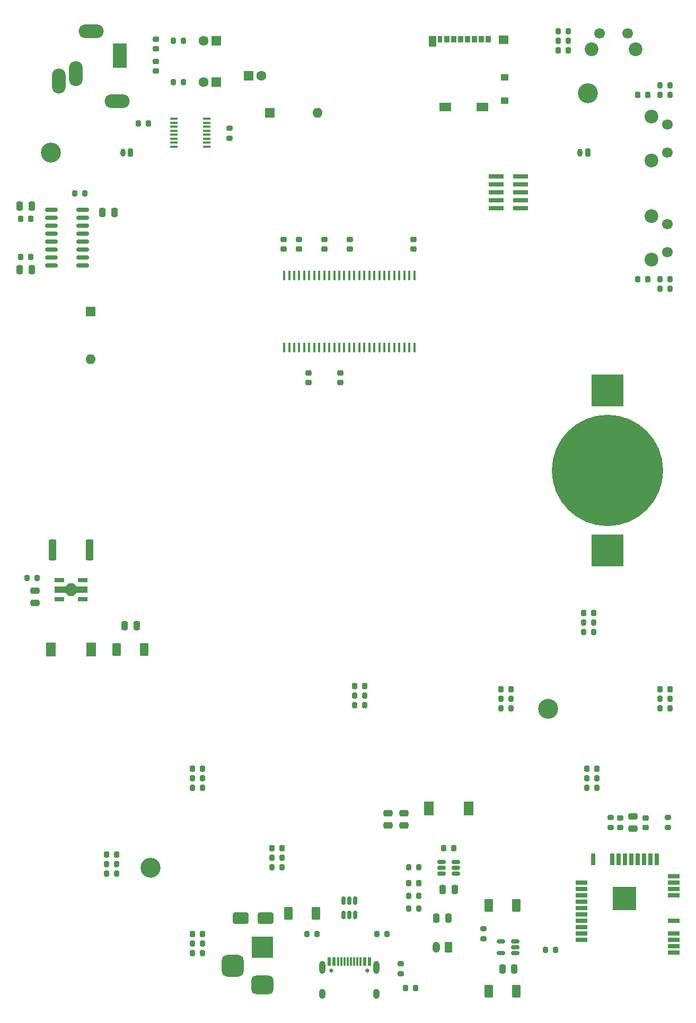
<source format=gbs>
G04 #@! TF.GenerationSoftware,KiCad,Pcbnew,7.0.1*
G04 #@! TF.CreationDate,2024-01-01T11:46:02+00:00*
G04 #@! TF.ProjectId,gk,676b2e6b-6963-4616-945f-706362585858,rev?*
G04 #@! TF.SameCoordinates,Original*
G04 #@! TF.FileFunction,Soldermask,Bot*
G04 #@! TF.FilePolarity,Negative*
%FSLAX46Y46*%
G04 Gerber Fmt 4.6, Leading zero omitted, Abs format (unit mm)*
G04 Created by KiCad (PCBNEW 7.0.1) date 2024-01-01 11:46:02*
%MOMM*%
%LPD*%
G01*
G04 APERTURE LIST*
G04 Aperture macros list*
%AMRoundRect*
0 Rectangle with rounded corners*
0 $1 Rounding radius*
0 $2 $3 $4 $5 $6 $7 $8 $9 X,Y pos of 4 corners*
0 Add a 4 corners polygon primitive as box body*
4,1,4,$2,$3,$4,$5,$6,$7,$8,$9,$2,$3,0*
0 Add four circle primitives for the rounded corners*
1,1,$1+$1,$2,$3*
1,1,$1+$1,$4,$5*
1,1,$1+$1,$6,$7*
1,1,$1+$1,$8,$9*
0 Add four rect primitives between the rounded corners*
20,1,$1+$1,$2,$3,$4,$5,0*
20,1,$1+$1,$4,$5,$6,$7,0*
20,1,$1+$1,$6,$7,$8,$9,0*
20,1,$1+$1,$8,$9,$2,$3,0*%
%AMFreePoly0*
4,1,13,0.900000,0.500000,2.600000,0.500000,2.600000,-0.500000,0.900000,-0.500000,0.400000,-1.000000,-0.400000,-1.000000,-0.900000,-0.500000,-2.600000,-0.500000,-2.600000,0.500000,-0.900000,0.500000,-0.400000,1.000000,0.400000,1.000000,0.900000,0.500000,0.900000,0.500000,$1*%
G04 Aperture macros list end*
%ADD10C,3.200000*%
%ADD11RoundRect,0.200000X0.200000X0.275000X-0.200000X0.275000X-0.200000X-0.275000X0.200000X-0.275000X0*%
%ADD12C,2.200000*%
%ADD13C,1.700000*%
%ADD14R,1.600000X1.600000*%
%ADD15O,1.600000X1.600000*%
%ADD16C,0.650000*%
%ADD17R,0.600000X1.450000*%
%ADD18R,0.300000X1.450000*%
%ADD19O,1.000000X1.600000*%
%ADD20O,1.000000X2.100000*%
%ADD21RoundRect,0.225000X0.225000X0.250000X-0.225000X0.250000X-0.225000X-0.250000X0.225000X-0.250000X0*%
%ADD22RoundRect,0.200000X0.275000X-0.200000X0.275000X0.200000X-0.275000X0.200000X-0.275000X-0.200000X0*%
%ADD23RoundRect,0.225000X-0.225000X-0.250000X0.225000X-0.250000X0.225000X0.250000X-0.225000X0.250000X0*%
%ADD24RoundRect,0.200000X-0.275000X0.200000X-0.275000X-0.200000X0.275000X-0.200000X0.275000X0.200000X0*%
%ADD25RoundRect,0.250000X-0.250000X-0.475000X0.250000X-0.475000X0.250000X0.475000X-0.250000X0.475000X0*%
%ADD26RoundRect,0.250000X0.450000X0.800000X-0.450000X0.800000X-0.450000X-0.800000X0.450000X-0.800000X0*%
%ADD27R,1.500000X2.200000*%
%ADD28RoundRect,0.150000X0.512500X0.150000X-0.512500X0.150000X-0.512500X-0.150000X0.512500X-0.150000X0*%
%ADD29RoundRect,0.200000X-0.200000X-0.275000X0.200000X-0.275000X0.200000X0.275000X-0.200000X0.275000X0*%
%ADD30RoundRect,0.225000X-0.250000X0.225000X-0.250000X-0.225000X0.250000X-0.225000X0.250000X0.225000X0*%
%ADD31C,1.600000*%
%ADD32RoundRect,0.250000X0.250000X0.475000X-0.250000X0.475000X-0.250000X-0.475000X0.250000X-0.475000X0*%
%ADD33RoundRect,0.250000X0.475000X-0.250000X0.475000X0.250000X-0.475000X0.250000X-0.475000X-0.250000X0*%
%ADD34RoundRect,0.225000X0.250000X-0.225000X0.250000X0.225000X-0.250000X0.225000X-0.250000X-0.225000X0*%
%ADD35R,5.100000X5.100000*%
%ADD36C,17.800000*%
%ADD37RoundRect,0.150000X0.850000X0.150000X-0.850000X0.150000X-0.850000X-0.150000X0.850000X-0.150000X0*%
%ADD38R,2.400000X0.740000*%
%ADD39R,3.500000X3.500000*%
%ADD40RoundRect,0.750000X1.000000X-0.750000X1.000000X0.750000X-1.000000X0.750000X-1.000000X-0.750000X0*%
%ADD41RoundRect,0.875000X0.875000X-0.875000X0.875000X0.875000X-0.875000X0.875000X-0.875000X-0.875000X0*%
%ADD42R,0.458000X1.510000*%
%ADD43R,1.500000X0.700000*%
%ADD44FreePoly0,0.000000*%
%ADD45R,1.200000X0.400000*%
%ADD46RoundRect,0.250000X0.362500X1.425000X-0.362500X1.425000X-0.362500X-1.425000X0.362500X-1.425000X0*%
%ADD47RoundRect,0.250000X-1.000000X-0.650000X1.000000X-0.650000X1.000000X0.650000X-1.000000X0.650000X0*%
%ADD48RoundRect,0.250000X-0.475000X0.250000X-0.475000X-0.250000X0.475000X-0.250000X0.475000X0.250000X0*%
%ADD49RoundRect,0.200000X0.200000X0.450000X-0.200000X0.450000X-0.200000X-0.450000X0.200000X-0.450000X0*%
%ADD50O,0.800000X1.300000*%
%ADD51R,0.850000X1.100000*%
%ADD52R,0.750000X1.100000*%
%ADD53R,1.200000X1.000000*%
%ADD54R,1.550000X1.350000*%
%ADD55R,1.900000X1.350000*%
%ADD56R,1.170000X1.800000*%
%ADD57RoundRect,0.250000X-0.450000X-0.800000X0.450000X-0.800000X0.450000X0.800000X-0.450000X0.800000X0*%
%ADD58RoundRect,0.150000X0.150000X-0.512500X0.150000X0.512500X-0.150000X0.512500X-0.150000X-0.512500X0*%
%ADD59R,1.900000X0.800000*%
%ADD60R,0.800000X1.900000*%
%ADD61R,3.700000X3.700000*%
%ADD62O,2.200000X4.000000*%
%ADD63O,4.000000X2.200000*%
%ADD64R,2.200000X4.000000*%
%ADD65RoundRect,0.250000X0.350000X0.625000X-0.350000X0.625000X-0.350000X-0.625000X0.350000X-0.625000X0*%
%ADD66O,1.200000X1.750000*%
%ADD67RoundRect,0.218750X0.218750X0.256250X-0.218750X0.256250X-0.218750X-0.256250X0.218750X-0.256250X0*%
G04 APERTURE END LIST*
D10*
X66675000Y-155575000D03*
X136525000Y-31750000D03*
X130175000Y-130175000D03*
X50800000Y-41275000D03*
D11*
X74993000Y-142748000D03*
X73343000Y-142748000D03*
X100901000Y-129540000D03*
X99251000Y-129540000D03*
D12*
X146725000Y-58400000D03*
X146725000Y-51400000D03*
D13*
X149225000Y-57150000D03*
X149225000Y-52650000D03*
D11*
X149669000Y-32004000D03*
X148019000Y-32004000D03*
D14*
X85725000Y-34925000D03*
D15*
X93345000Y-34925000D03*
D11*
X71945000Y-29972000D03*
X70295000Y-29972000D03*
D16*
X101315000Y-172025000D03*
X95535000Y-172025000D03*
D17*
X101675000Y-170580000D03*
X100875000Y-170580000D03*
D18*
X99675000Y-170580000D03*
X98675000Y-170580000D03*
X98175000Y-170580000D03*
X97175000Y-170580000D03*
D17*
X95975000Y-170580000D03*
X95175000Y-170580000D03*
X95175000Y-170580000D03*
X95975000Y-170580000D03*
D18*
X96675000Y-170580000D03*
X97675000Y-170580000D03*
X99175000Y-170580000D03*
X100175000Y-170580000D03*
D17*
X100875000Y-170580000D03*
X101675000Y-170580000D03*
D19*
X102745000Y-175675000D03*
D20*
X102745000Y-171495000D03*
D19*
X94105000Y-175675000D03*
D20*
X94105000Y-171495000D03*
D21*
X74943000Y-166116000D03*
X73393000Y-166116000D03*
D11*
X149669000Y-130048000D03*
X148019000Y-130048000D03*
D22*
X119888000Y-166941000D03*
X119888000Y-165291000D03*
D11*
X137477000Y-117856000D03*
X135827000Y-117856000D03*
D23*
X131813000Y-24892000D03*
X133363000Y-24892000D03*
D24*
X79298800Y-37325800D03*
X79298800Y-38975800D03*
D21*
X87643000Y-152400000D03*
X86093000Y-152400000D03*
D12*
X146725000Y-42525000D03*
X146725000Y-35525000D03*
D13*
X149225000Y-41275000D03*
X149225000Y-36775000D03*
D25*
X58994000Y-50800000D03*
X60894000Y-50800000D03*
D26*
X65700000Y-120650000D03*
X61300000Y-120650000D03*
D11*
X74993000Y-169164000D03*
X73343000Y-169164000D03*
D21*
X66307000Y-36576000D03*
X64757000Y-36576000D03*
D11*
X124269000Y-130048000D03*
X122619000Y-130048000D03*
X133413000Y-23368000D03*
X131763000Y-23368000D03*
D27*
X117500000Y-146050000D03*
X111100000Y-146050000D03*
D28*
X115437500Y-154625000D03*
X115437500Y-155575000D03*
X115437500Y-156525000D03*
X113162500Y-156525000D03*
X113162500Y-155575000D03*
X113162500Y-154625000D03*
D26*
X93132000Y-162814000D03*
X88732000Y-162814000D03*
D29*
X107887000Y-155448000D03*
X109537000Y-155448000D03*
D22*
X106680000Y-172529000D03*
X106680000Y-170879000D03*
X149352000Y-149161000D03*
X149352000Y-147511000D03*
D29*
X148019000Y-62992000D03*
X149669000Y-62992000D03*
X148019000Y-30480000D03*
X149669000Y-30480000D03*
D30*
X97028000Y-76441000D03*
X97028000Y-77991000D03*
D29*
X107887000Y-160020000D03*
X109537000Y-160020000D03*
X99251000Y-128016000D03*
X100901000Y-128016000D03*
D11*
X93281000Y-166116000D03*
X91631000Y-166116000D03*
D14*
X82356887Y-28956000D03*
D31*
X84356887Y-28956000D03*
D29*
X102807000Y-166116000D03*
X104457000Y-166116000D03*
D32*
X114234000Y-163576000D03*
X112334000Y-163576000D03*
D11*
X71945000Y-23368000D03*
X70295000Y-23368000D03*
D29*
X131763000Y-21844000D03*
X133413000Y-21844000D03*
D33*
X48260000Y-113218000D03*
X48260000Y-111318000D03*
D11*
X87693000Y-155448000D03*
X86043000Y-155448000D03*
D34*
X145796000Y-149111000D03*
X145796000Y-147561000D03*
D35*
X139700000Y-104875000D03*
X139700000Y-79275000D03*
D36*
X139700000Y-92075000D03*
D11*
X137985000Y-142748000D03*
X136335000Y-142748000D03*
D21*
X61227000Y-153416000D03*
X59677000Y-153416000D03*
D14*
X77155113Y-29972000D03*
D31*
X75155113Y-29972000D03*
D29*
X129731000Y-168656000D03*
X131381000Y-168656000D03*
D34*
X67564000Y-28207000D03*
X67564000Y-26657000D03*
D37*
X55840000Y-50419000D03*
X55840000Y-51689000D03*
X55840000Y-52959000D03*
X55840000Y-54229000D03*
X55840000Y-55499000D03*
X55840000Y-56769000D03*
X55840000Y-58039000D03*
X55840000Y-59309000D03*
X50840000Y-59309000D03*
X50840000Y-58039000D03*
X50840000Y-56769000D03*
X50840000Y-55499000D03*
X50840000Y-54229000D03*
X50840000Y-52959000D03*
X50840000Y-51689000D03*
X50840000Y-50419000D03*
D29*
X59627000Y-154940000D03*
X61277000Y-154940000D03*
D38*
X125775000Y-45085000D03*
X121875000Y-45085000D03*
X125775000Y-46355000D03*
X121875000Y-46355000D03*
X125775000Y-47625000D03*
X121875000Y-47625000D03*
X125775000Y-48895000D03*
X121875000Y-48895000D03*
X125775000Y-50165000D03*
X121875000Y-50165000D03*
D28*
X124962500Y-167325000D03*
X124962500Y-168275000D03*
X124962500Y-169225000D03*
X122687500Y-169225000D03*
X122687500Y-167325000D03*
D21*
X146063000Y-61468000D03*
X144513000Y-61468000D03*
D11*
X149669000Y-61468000D03*
X148019000Y-61468000D03*
D14*
X57150000Y-66675000D03*
D15*
X57150000Y-74295000D03*
D39*
X84523500Y-168244000D03*
D40*
X84523500Y-174244000D03*
D41*
X79823500Y-171244000D03*
D21*
X137427000Y-114838000D03*
X135877000Y-114838000D03*
D42*
X88025000Y-60925000D03*
X88825000Y-60925000D03*
X89625000Y-60925000D03*
X90425000Y-60925000D03*
X91225000Y-60925000D03*
X92025000Y-60925000D03*
X92825000Y-60925000D03*
X93625000Y-60925000D03*
X94425000Y-60925000D03*
X95225000Y-60925000D03*
X96025000Y-60925000D03*
X96825000Y-60925000D03*
X97625000Y-60925000D03*
X98425000Y-60925000D03*
X99225000Y-60925000D03*
X100025000Y-60925000D03*
X100825000Y-60925000D03*
X101625000Y-60925000D03*
X102425000Y-60925000D03*
X103225000Y-60925000D03*
X104025000Y-60925000D03*
X104825000Y-60925000D03*
X105625000Y-60925000D03*
X106425000Y-60925000D03*
X107225000Y-60925000D03*
X108025000Y-60925000D03*
X108825000Y-60925000D03*
X108825000Y-72425000D03*
X108025000Y-72425000D03*
X107225000Y-72425000D03*
X106425000Y-72425000D03*
X105625000Y-72425000D03*
X104825000Y-72425000D03*
X104025000Y-72425000D03*
X103225000Y-72425000D03*
X102425000Y-72425000D03*
X101625000Y-72425000D03*
X100825000Y-72425000D03*
X100025000Y-72425000D03*
X99225000Y-72425000D03*
X98425000Y-72425000D03*
X97625000Y-72425000D03*
X96825000Y-72425000D03*
X96025000Y-72425000D03*
X95225000Y-72425000D03*
X94425000Y-72425000D03*
X93625000Y-72425000D03*
X92825000Y-72425000D03*
X92025000Y-72425000D03*
X91225000Y-72425000D03*
X90425000Y-72425000D03*
X89625000Y-72425000D03*
X88825000Y-72425000D03*
X88025000Y-72425000D03*
D29*
X136335000Y-141224000D03*
X137985000Y-141224000D03*
D12*
X144125000Y-24725000D03*
X137125000Y-24725000D03*
D13*
X142875000Y-22225000D03*
X138375000Y-22225000D03*
D29*
X86043000Y-153924000D03*
X87693000Y-153924000D03*
D32*
X47686000Y-49784000D03*
X45786000Y-49784000D03*
D11*
X109537000Y-162052000D03*
X107887000Y-162052000D03*
D33*
X143764000Y-149286000D03*
X143764000Y-147386000D03*
D43*
X52125000Y-112625000D03*
D44*
X53975000Y-111125000D03*
D43*
X52125000Y-109625000D03*
X55825000Y-109625000D03*
X55825000Y-112625000D03*
D45*
X70425000Y-40322500D03*
X70425000Y-39687500D03*
X70425000Y-39052500D03*
X70425000Y-38417500D03*
X70425000Y-37782500D03*
X70425000Y-37147500D03*
X70425000Y-36512500D03*
X70425000Y-35877500D03*
X75625000Y-35877500D03*
X75625000Y-36512500D03*
X75625000Y-37147500D03*
X75625000Y-37782500D03*
X75625000Y-38417500D03*
X75625000Y-39052500D03*
X75625000Y-39687500D03*
X75625000Y-40322500D03*
D29*
X73343000Y-141224000D03*
X74993000Y-141224000D03*
D11*
X61277000Y-156464000D03*
X59627000Y-156464000D03*
D21*
X47511000Y-57912000D03*
X45961000Y-57912000D03*
D29*
X122619000Y-128524000D03*
X124269000Y-128524000D03*
D21*
X74943000Y-139700000D03*
X73393000Y-139700000D03*
D11*
X48577000Y-109220000D03*
X46927000Y-109220000D03*
D46*
X56937500Y-104775000D03*
X51012500Y-104775000D03*
D47*
X81058000Y-163576000D03*
X85058000Y-163576000D03*
D34*
X87938000Y-56655000D03*
X87938000Y-55105000D03*
X90424000Y-56655000D03*
X90424000Y-55105000D03*
D32*
X47686000Y-59944000D03*
X45786000Y-59944000D03*
D48*
X104648000Y-146878000D03*
X104648000Y-148778000D03*
D49*
X136525000Y-41275000D03*
D50*
X135275000Y-41275000D03*
D49*
X63500000Y-41275000D03*
D50*
X62250000Y-41275000D03*
D34*
X98552000Y-56655000D03*
X98552000Y-55105000D03*
D21*
X146063000Y-32004000D03*
X144513000Y-32004000D03*
D26*
X125136000Y-175260000D03*
X120736000Y-175260000D03*
D51*
X120580000Y-23125000D03*
X119480000Y-23125000D03*
X118380000Y-23125000D03*
X117280000Y-23125000D03*
X116180000Y-23125000D03*
X115080000Y-23125000D03*
X113980000Y-23125000D03*
D52*
X112930000Y-23125000D03*
D53*
X123215000Y-29275000D03*
X123215000Y-32975000D03*
D54*
X123040000Y-23250000D03*
D55*
X119715000Y-33950000D03*
X113745000Y-33950000D03*
D56*
X111720000Y-23475000D03*
D30*
X91948000Y-76441000D03*
X91948000Y-77991000D03*
D22*
X140208000Y-149161000D03*
X140208000Y-147511000D03*
D57*
X120736000Y-161544000D03*
X125136000Y-161544000D03*
D21*
X115075000Y-152400000D03*
X113525000Y-152400000D03*
D29*
X148019000Y-128524000D03*
X149669000Y-128524000D03*
D58*
X99375000Y-163062500D03*
X98425000Y-163062500D03*
X97475000Y-163062500D03*
X97475000Y-160787500D03*
X98425000Y-160787500D03*
X99375000Y-160787500D03*
D21*
X100851000Y-126492000D03*
X99301000Y-126492000D03*
D23*
X107937000Y-157988000D03*
X109487000Y-157988000D03*
D27*
X50775000Y-120650000D03*
X57175000Y-120650000D03*
D21*
X47511000Y-51816000D03*
X45961000Y-51816000D03*
D29*
X73343000Y-167640000D03*
X74993000Y-167640000D03*
D32*
X64450000Y-116840000D03*
X62550000Y-116840000D03*
D21*
X149619000Y-127000000D03*
X148069000Y-127000000D03*
D14*
X77155113Y-23368000D03*
D31*
X75155113Y-23368000D03*
D30*
X67564000Y-23101000D03*
X67564000Y-24651000D03*
D59*
X150240000Y-156910000D03*
X150240000Y-157926000D03*
X150240000Y-158942000D03*
X150240000Y-159958000D03*
X150240000Y-164022000D03*
X150240000Y-166054000D03*
X150240000Y-167070000D03*
X150240000Y-168086000D03*
X150240000Y-169102000D03*
X135510000Y-167064000D03*
X135510000Y-166048000D03*
X135510000Y-165032000D03*
X135510000Y-164016000D03*
X135510000Y-163000000D03*
X135510000Y-161984000D03*
X135510000Y-160968000D03*
X135510000Y-159952000D03*
X135510000Y-158936000D03*
X135510000Y-157920000D03*
D60*
X137410000Y-154240000D03*
X140458000Y-154240000D03*
X141474000Y-154240000D03*
X142490000Y-154240000D03*
X143506000Y-154240000D03*
X144522000Y-154240000D03*
X145538000Y-154240000D03*
X146554000Y-154240000D03*
X147570000Y-154240000D03*
D61*
X142390000Y-160510000D03*
D11*
X56197000Y-47752000D03*
X54547000Y-47752000D03*
D21*
X124219000Y-127000000D03*
X122669000Y-127000000D03*
D34*
X108712000Y-56655000D03*
X108712000Y-55105000D03*
D62*
X52007500Y-29850000D03*
X54707500Y-28650000D03*
D63*
X57207500Y-21850000D03*
D64*
X61807500Y-25750000D03*
D63*
X61307500Y-33050000D03*
D25*
X122875000Y-171704000D03*
X124775000Y-171704000D03*
D34*
X141732000Y-149111000D03*
X141732000Y-147561000D03*
D32*
X115250000Y-159004000D03*
X113350000Y-159004000D03*
D48*
X107188000Y-146878000D03*
X107188000Y-148778000D03*
D21*
X137935000Y-139700000D03*
X136385000Y-139700000D03*
D65*
X114300000Y-168275000D03*
D66*
X112300000Y-168275000D03*
D34*
X94488000Y-56655000D03*
X94488000Y-55105000D03*
D29*
X135827000Y-116332000D03*
X137477000Y-116332000D03*
D67*
X108991500Y-174752000D03*
X107416500Y-174752000D03*
M02*

</source>
